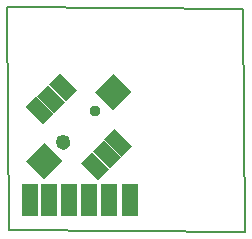
<source format=gts>
G75*
%MOIN*%
%OFA0B0*%
%FSLAX25Y25*%
%IPPOS*%
%LPD*%
%AMOC8*
5,1,8,0,0,1.08239X$1,22.5*
%
%ADD10C,0.00800*%
%ADD11R,0.08083X0.05131*%
%ADD12R,0.08280X0.08674*%
%ADD13C,0.00000*%
%ADD14C,0.03753*%
%ADD15C,0.04934*%
%ADD16R,0.05800X0.10800*%
D10*
X0158833Y0059000D02*
X0158333Y0133378D01*
X0237089Y0132678D01*
X0237589Y0058300D01*
X0158833Y0059000D01*
D11*
G36*
X0188635Y0075675D02*
X0182921Y0081389D01*
X0186549Y0085017D01*
X0192263Y0079303D01*
X0188635Y0075675D01*
G37*
G36*
X0192533Y0079573D02*
X0186819Y0085287D01*
X0190447Y0088915D01*
X0196161Y0083201D01*
X0192533Y0079573D01*
G37*
G36*
X0196430Y0083470D02*
X0190716Y0089184D01*
X0194344Y0092812D01*
X0200058Y0087098D01*
X0196430Y0083470D01*
G37*
G36*
X0170122Y0094188D02*
X0164408Y0099902D01*
X0168036Y0103530D01*
X0173750Y0097816D01*
X0170122Y0094188D01*
G37*
G36*
X0174020Y0098085D02*
X0168306Y0103799D01*
X0171934Y0107427D01*
X0177648Y0101713D01*
X0174020Y0098085D01*
G37*
G36*
X0177917Y0101983D02*
X0172203Y0107697D01*
X0175831Y0111325D01*
X0181545Y0105611D01*
X0177917Y0101983D01*
G37*
D12*
G36*
X0193592Y0099003D02*
X0187737Y0104858D01*
X0193870Y0110991D01*
X0199725Y0105136D01*
X0193592Y0099003D01*
G37*
G36*
X0170597Y0076009D02*
X0164742Y0081864D01*
X0170875Y0087997D01*
X0176730Y0082142D01*
X0170597Y0076009D01*
G37*
D13*
X0174877Y0088211D02*
X0174879Y0088302D01*
X0174885Y0088392D01*
X0174895Y0088483D01*
X0174909Y0088572D01*
X0174927Y0088661D01*
X0174948Y0088750D01*
X0174974Y0088837D01*
X0175003Y0088923D01*
X0175037Y0089007D01*
X0175073Y0089090D01*
X0175114Y0089172D01*
X0175158Y0089251D01*
X0175205Y0089329D01*
X0175256Y0089404D01*
X0175310Y0089477D01*
X0175367Y0089547D01*
X0175427Y0089615D01*
X0175490Y0089681D01*
X0175556Y0089743D01*
X0175625Y0089802D01*
X0175696Y0089859D01*
X0175770Y0089912D01*
X0175846Y0089962D01*
X0175924Y0090009D01*
X0176004Y0090052D01*
X0176085Y0090091D01*
X0176169Y0090127D01*
X0176254Y0090159D01*
X0176340Y0090188D01*
X0176427Y0090212D01*
X0176516Y0090233D01*
X0176605Y0090250D01*
X0176695Y0090263D01*
X0176785Y0090272D01*
X0176876Y0090277D01*
X0176967Y0090278D01*
X0177057Y0090275D01*
X0177148Y0090268D01*
X0177238Y0090257D01*
X0177328Y0090242D01*
X0177417Y0090223D01*
X0177505Y0090201D01*
X0177591Y0090174D01*
X0177677Y0090144D01*
X0177761Y0090110D01*
X0177844Y0090072D01*
X0177925Y0090031D01*
X0178004Y0089986D01*
X0178081Y0089937D01*
X0178155Y0089886D01*
X0178228Y0089831D01*
X0178298Y0089773D01*
X0178365Y0089712D01*
X0178429Y0089648D01*
X0178491Y0089582D01*
X0178550Y0089512D01*
X0178605Y0089441D01*
X0178658Y0089366D01*
X0178707Y0089290D01*
X0178753Y0089212D01*
X0178795Y0089131D01*
X0178834Y0089049D01*
X0178869Y0088965D01*
X0178900Y0088880D01*
X0178927Y0088793D01*
X0178951Y0088706D01*
X0178971Y0088617D01*
X0178987Y0088528D01*
X0178999Y0088438D01*
X0179007Y0088347D01*
X0179011Y0088256D01*
X0179011Y0088166D01*
X0179007Y0088075D01*
X0178999Y0087984D01*
X0178987Y0087894D01*
X0178971Y0087805D01*
X0178951Y0087716D01*
X0178927Y0087629D01*
X0178900Y0087542D01*
X0178869Y0087457D01*
X0178834Y0087373D01*
X0178795Y0087291D01*
X0178753Y0087210D01*
X0178707Y0087132D01*
X0178658Y0087056D01*
X0178605Y0086981D01*
X0178550Y0086910D01*
X0178491Y0086840D01*
X0178429Y0086774D01*
X0178365Y0086710D01*
X0178298Y0086649D01*
X0178228Y0086591D01*
X0178155Y0086536D01*
X0178081Y0086485D01*
X0178004Y0086436D01*
X0177925Y0086391D01*
X0177844Y0086350D01*
X0177761Y0086312D01*
X0177677Y0086278D01*
X0177591Y0086248D01*
X0177505Y0086221D01*
X0177417Y0086199D01*
X0177328Y0086180D01*
X0177238Y0086165D01*
X0177148Y0086154D01*
X0177057Y0086147D01*
X0176967Y0086144D01*
X0176876Y0086145D01*
X0176785Y0086150D01*
X0176695Y0086159D01*
X0176605Y0086172D01*
X0176516Y0086189D01*
X0176427Y0086210D01*
X0176340Y0086234D01*
X0176254Y0086263D01*
X0176169Y0086295D01*
X0176085Y0086331D01*
X0176004Y0086370D01*
X0175924Y0086413D01*
X0175846Y0086460D01*
X0175770Y0086510D01*
X0175696Y0086563D01*
X0175625Y0086620D01*
X0175556Y0086679D01*
X0175490Y0086741D01*
X0175427Y0086807D01*
X0175367Y0086875D01*
X0175310Y0086945D01*
X0175256Y0087018D01*
X0175205Y0087093D01*
X0175158Y0087171D01*
X0175114Y0087250D01*
X0175073Y0087332D01*
X0175037Y0087415D01*
X0175003Y0087499D01*
X0174974Y0087585D01*
X0174948Y0087672D01*
X0174927Y0087761D01*
X0174909Y0087850D01*
X0174895Y0087939D01*
X0174885Y0088030D01*
X0174879Y0088120D01*
X0174877Y0088211D01*
X0186047Y0098789D02*
X0186049Y0098866D01*
X0186055Y0098942D01*
X0186065Y0099018D01*
X0186079Y0099093D01*
X0186096Y0099168D01*
X0186118Y0099241D01*
X0186143Y0099314D01*
X0186173Y0099385D01*
X0186205Y0099454D01*
X0186242Y0099521D01*
X0186281Y0099587D01*
X0186324Y0099650D01*
X0186371Y0099711D01*
X0186420Y0099770D01*
X0186473Y0099826D01*
X0186528Y0099879D01*
X0186586Y0099929D01*
X0186646Y0099976D01*
X0186709Y0100020D01*
X0186774Y0100061D01*
X0186841Y0100098D01*
X0186910Y0100132D01*
X0186980Y0100162D01*
X0187052Y0100188D01*
X0187126Y0100210D01*
X0187200Y0100229D01*
X0187275Y0100244D01*
X0187351Y0100255D01*
X0187427Y0100262D01*
X0187504Y0100265D01*
X0187580Y0100264D01*
X0187657Y0100259D01*
X0187733Y0100250D01*
X0187809Y0100237D01*
X0187883Y0100220D01*
X0187957Y0100200D01*
X0188030Y0100175D01*
X0188101Y0100147D01*
X0188171Y0100115D01*
X0188239Y0100080D01*
X0188305Y0100041D01*
X0188369Y0099999D01*
X0188430Y0099953D01*
X0188490Y0099904D01*
X0188546Y0099853D01*
X0188600Y0099798D01*
X0188651Y0099741D01*
X0188699Y0099681D01*
X0188744Y0099619D01*
X0188785Y0099554D01*
X0188823Y0099488D01*
X0188858Y0099420D01*
X0188888Y0099349D01*
X0188916Y0099278D01*
X0188939Y0099205D01*
X0188959Y0099131D01*
X0188975Y0099056D01*
X0188987Y0098980D01*
X0188995Y0098904D01*
X0188999Y0098827D01*
X0188999Y0098751D01*
X0188995Y0098674D01*
X0188987Y0098598D01*
X0188975Y0098522D01*
X0188959Y0098447D01*
X0188939Y0098373D01*
X0188916Y0098300D01*
X0188888Y0098229D01*
X0188858Y0098158D01*
X0188823Y0098090D01*
X0188785Y0098024D01*
X0188744Y0097959D01*
X0188699Y0097897D01*
X0188651Y0097837D01*
X0188600Y0097780D01*
X0188546Y0097725D01*
X0188490Y0097674D01*
X0188430Y0097625D01*
X0188369Y0097579D01*
X0188305Y0097537D01*
X0188239Y0097498D01*
X0188171Y0097463D01*
X0188101Y0097431D01*
X0188030Y0097403D01*
X0187957Y0097378D01*
X0187883Y0097358D01*
X0187809Y0097341D01*
X0187733Y0097328D01*
X0187657Y0097319D01*
X0187580Y0097314D01*
X0187504Y0097313D01*
X0187427Y0097316D01*
X0187351Y0097323D01*
X0187275Y0097334D01*
X0187200Y0097349D01*
X0187126Y0097368D01*
X0187052Y0097390D01*
X0186980Y0097416D01*
X0186910Y0097446D01*
X0186841Y0097480D01*
X0186774Y0097517D01*
X0186709Y0097558D01*
X0186646Y0097602D01*
X0186586Y0097649D01*
X0186528Y0097699D01*
X0186473Y0097752D01*
X0186420Y0097808D01*
X0186371Y0097867D01*
X0186324Y0097928D01*
X0186281Y0097991D01*
X0186242Y0098057D01*
X0186205Y0098124D01*
X0186173Y0098193D01*
X0186143Y0098264D01*
X0186118Y0098337D01*
X0186096Y0098410D01*
X0186079Y0098485D01*
X0186065Y0098560D01*
X0186055Y0098636D01*
X0186049Y0098712D01*
X0186047Y0098789D01*
D14*
X0187523Y0098789D03*
D15*
X0176944Y0088211D03*
D16*
X0178818Y0069100D03*
X0172266Y0069030D03*
X0165914Y0069130D03*
X0185473Y0069130D03*
X0192233Y0069130D03*
X0199103Y0069130D03*
M02*

</source>
